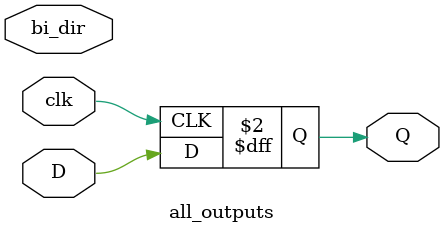
<source format=v>
/*
Command: all_outputs
Description:
    -Returns a list of all output and bidirect ports
    
SDC Example:
    all_outputs
*/

module all_outputs(
    input wire clk,
    input wire D,
    output reg Q,
    inout wire bi_dir //Bidirectional port
);
    always @(posedge clk) begin
        Q <= D;
    end
endmodule
</source>
